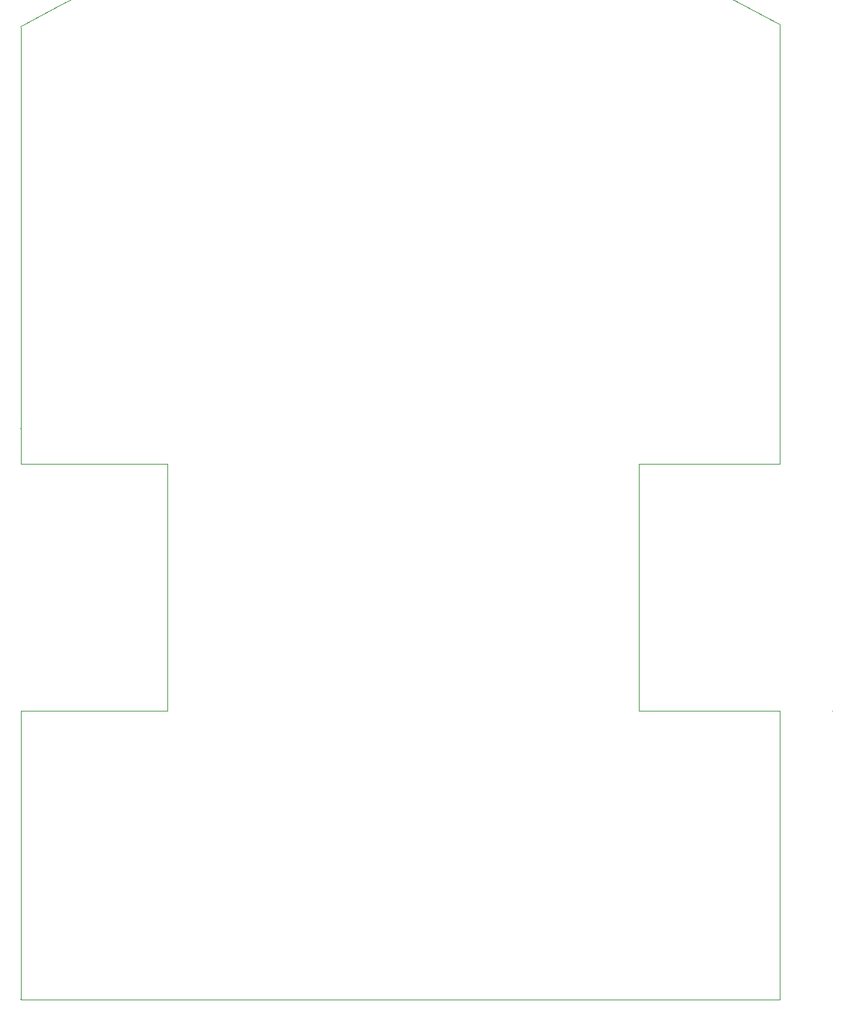
<source format=gko>
G04*
G04 #@! TF.GenerationSoftware,Altium Limited,Altium Designer,20.1.12 (249)*
G04*
G04 Layer_Color=16711935*
%FSLAX25Y25*%
%MOIN*%
G70*
G04*
G04 #@! TF.SameCoordinates,8DF9F49D-D30B-48C0-AB84-75DE52E997E5*
G04*
G04*
G04 #@! TF.FilePolarity,Positive*
G04*
G01*
G75*
%ADD13C,0.00200*%
D13*
X44799Y276500D02*
G03*
X44799Y276498I201J0D01*
G01*
Y276501D02*
G03*
X44799Y276500I102J-1D01*
G01*
X407500Y259609D02*
G03*
X407601Y259710I0J102D01*
G01*
X44900Y141701D02*
G03*
X44799Y141600I0J-102D01*
G01*
X44799Y259604D02*
G03*
X44900Y259499I101J-4D01*
G01*
X44749Y468482D02*
G03*
X44799Y468293I51J-88D01*
G01*
X407555Y469595D02*
G03*
X44749Y468482I-180439J-314864D01*
G01*
X407606Y469507D02*
G03*
X407555Y469595I-102J0D01*
G01*
X407601Y469479D02*
G03*
X407606Y469507I-97J29D01*
G01*
X407701Y141600D02*
G03*
X407600Y141701I-102J0D01*
G01*
X407600Y3703D02*
G03*
X407701Y3805I0J102D01*
G01*
X44799Y3805D02*
G03*
X44900Y3703I102J0D01*
G01*
X432701Y141500D02*
G03*
X432500Y141701I-201J0D01*
G01*
X44799Y259604D02*
Y276498D01*
X44799Y468293D02*
X44799Y276501D01*
X407601Y469479D02*
X407601Y259710D01*
X340201Y259609D02*
X407500D01*
X44799Y3805D02*
Y141600D01*
X44900Y141701D02*
X114799D01*
Y259499D01*
X44900D02*
X114799D01*
X340201Y141701D02*
Y259609D01*
Y141701D02*
X407600D01*
X407701Y141400D02*
Y141600D01*
X407701Y3805D02*
X407701Y141400D01*
X44900Y3703D02*
X407600Y3703D01*
M02*

</source>
